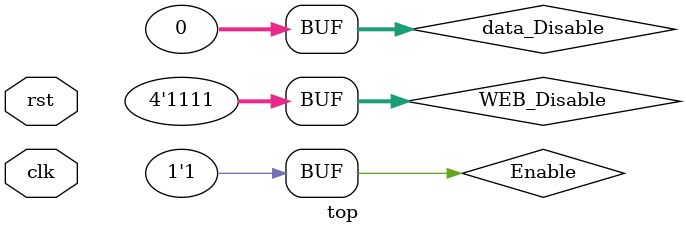
<source format=sv>
`include "Defines.svh"
`include "IDInstDef.svh"
`include "SRAM_wrapper.sv"
`include "cpu.sv"
module top(
    input clk, rst
);
logic [31:0] IM_Instruction_wire;
logic [31:0] DM_data_wire;
logic [13:0] IM_address_wire;
logic [13:0] DM_address_wire;
//logic MEM_control_wire;
//logic CS_control_wire;
logic [3:0] WEB_wire;
logic [31:0] DI_wire;
logic Enable; 
logic [31:0] data_Disable;
logic [3:0] WEB_Disable;
assign Enable = 1'b1;
assign data_Disable = 32'b0;
assign WEB_Disable = 4'b1111;
cpu cpu(
    .clk(clk),
    .rst(rst),
    .IM_Instruction(IM_Instruction_wire),
    .DM_data(DM_data_wire),
    .IM_address(IM_address_wire),
    .DM_address(DM_address_wire),
        //.MEM_control_reg(MEM_control_wire),
    //.CS_control(CS_control_wire),
    .WEB(WEB_wire),
    .DI(DI_wire)
); 
SRAM_wrapper IM1(//WEB always high, DI can empty link(空接)
    .CK(clk),
    .CS(Enable),
    .OE(Enable),
    .WEB(WEB_Disable),
    .A(IM_address_wire),
    .DI(data_Disable),
    .DO(IM_Instruction_wire)
    );
SRAM_wrapper DM1(
    .CK(clk),
    .CS(Enable),
    .OE(Enable),
    .WEB(WEB_wire),
    .A(DM_address_wire),
    .DI(DI_wire),
    .DO(DM_data_wire)
);
endmodule
</source>
